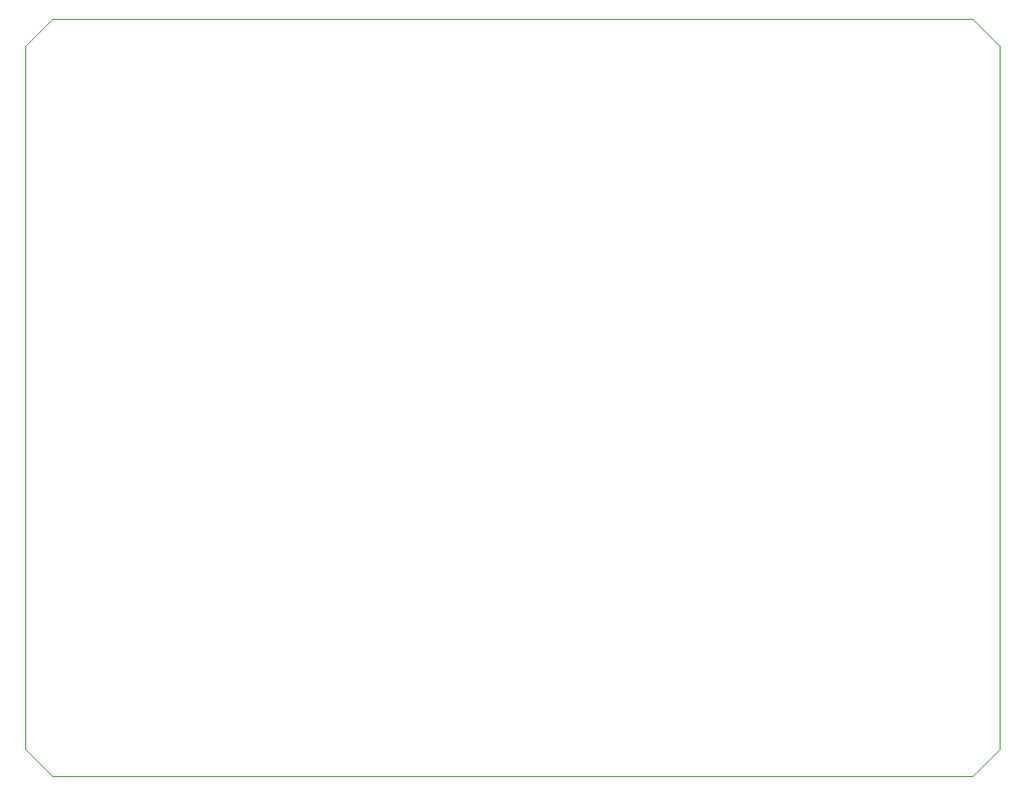
<source format=gbr>
%TF.GenerationSoftware,KiCad,Pcbnew,7.0.2*%
%TF.CreationDate,2023-05-28T17:25:48-07:00*%
%TF.ProjectId,relay-prototype,72656c61-792d-4707-926f-746f74797065,rev?*%
%TF.SameCoordinates,Original*%
%TF.FileFunction,Profile,NP*%
%FSLAX46Y46*%
G04 Gerber Fmt 4.6, Leading zero omitted, Abs format (unit mm)*
G04 Created by KiCad (PCBNEW 7.0.2) date 2023-05-28 17:25:48*
%MOMM*%
%LPD*%
G01*
G04 APERTURE LIST*
%TA.AperFunction,Profile*%
%ADD10C,0.100000*%
%TD*%
G04 APERTURE END LIST*
D10*
X53432600Y-112721190D02*
X50892600Y-110181190D01*
X50892600Y-44141190D02*
X53432600Y-41601190D01*
X139792600Y-41601190D02*
X142332600Y-44141190D01*
X142332600Y-110181190D02*
X139792600Y-112721190D01*
X50892600Y-110181190D02*
X50892600Y-44141190D01*
X139792600Y-112721190D02*
X53432600Y-112721190D01*
X53432600Y-41601190D02*
X139792600Y-41601190D01*
X142332600Y-44141190D02*
X142332600Y-110181190D01*
M02*

</source>
